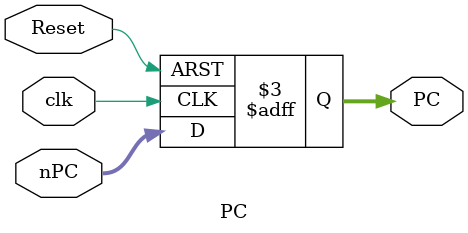
<source format=v>
`timescale 1ns / 1ps
module PC(
    input [31:0] nPC,
	 input clk,Reset,
	 output reg [31:0] PC
    );
	 always@(posedge clk or negedge Reset) begin
	    if(Reset==0) PC<=0;
		 else      PC<=nPC;
	  end


endmodule
</source>
